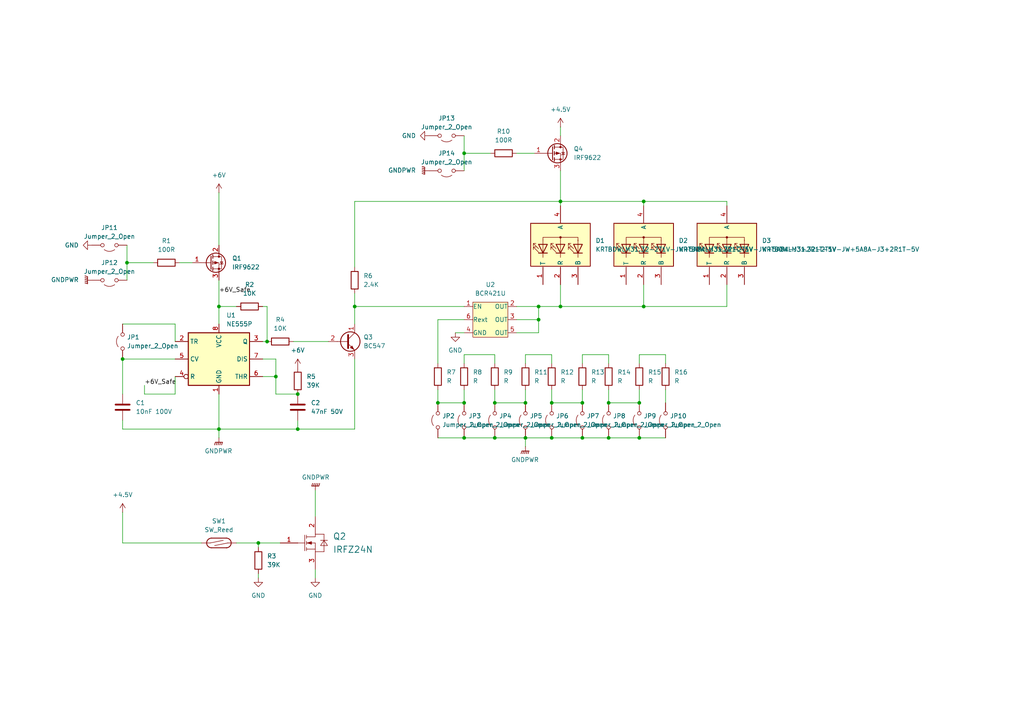
<source format=kicad_sch>
(kicad_sch (version 20250114) (generator "eeschema") (generator_version "9.0")
  (paper "A4")
  (lib_symbols
    (symbol "Device:C" (pin_numbers (hide yes)) (pin_names (offset 0.254))
      (property "Reference" "C" (at 0.635 2.54 0))
      (property "Value" "C" (at 0.635 -2.54 0))
      (symbol "C_0_1"
        (polyline (pts (xy -2.032 0.762) (xy 2.032 0.762)) (stroke (width 0.508)))
        (polyline (pts (xy -2.032 -0.762) (xy 2.032 -0.762)) (stroke (width 0.508)))
      )
      (symbol "C_1_1"
        (pin passive line (at 0 3.81 270) (length 2.794) (name "~") (number "1"))
        (pin passive line (at 0 -3.81 90) (length 2.794) (name "~") (number "2"))
      )
    )
    (symbol "Device:R" (pin_numbers (hide yes)) (pin_names (offset 0))
      (property "Reference" "R" (at 2.032 0 90))
      (property "Value" "R" (at 0 0 90))
      (symbol "R_0_1"
        (rectangle (start -1.016 -2.54) (end 1.016 2.54) (stroke (width 0.254)))
      )
      (symbol "R_1_1"
        (pin passive line (at 0 3.81 270) (length 1.27) (name "~") (number "1"))
        (pin passive line (at 0 -3.81 90) (length 1.27) (name "~") (number "2"))
      )
    )
    (symbol "Driver_LED_Local:BCR421U" (pin_names (offset 0.002))
      (property "Reference" "U" (at -4.572 5.842 0))
      (property "Value" "BCR421U" (at -0.762 3.81 0))
      (symbol "BCR421U_1_1"
        (rectangle (start -5.08 2.54) (end 5.08 -7.62) (fill (type background)))
        (pin input line (at -7.62 1.27 0) (length 2.54) (name "EN") (number "1"))
        (pin open_collector line (at -7.62 -2.54 0) (length 2.54) (name "Rext") (number "6"))
        (pin power_in line (at -7.62 -6.35 0) (length 2.54) (name "GND") (number "4"))
        (pin output line (at 7.62 1.27 180) (length 2.54) (name "OUT") (number "2"))
        (pin output line (at 7.62 -2.54 180) (length 2.54) (name "OUT") (number "3"))
        (pin output line (at 7.62 -6.35 180) (length 2.54) (name "OUT") (number "5"))
      )
    )
    (symbol "Jumper:Jumper_2_Open" (pin_numbers (hide yes)) (pin_names (offset 0) (hide yes)) (exclude_from_sim yes)
      (property "Reference" "JP" (at 0 2.794 0))
      (property "Value" "Jumper_2_Open" (at 0 -2.286 0))
      (symbol "Jumper_2_Open_0_0"
        (circle (center -2.032 0) (radius 0.508))
        (circle (center 2.032 0) (radius 0.508))
      )
      (symbol "Jumper_2_Open_0_1"
        (arc (start -1.524 1.27) (mid 0 1.778) (end 1.524 1.27))
      )
      (symbol "Jumper_2_Open_1_1"
        (pin passive line (at -5.08 0 0) (length 2.54) (name "A") (number "1"))
        (pin passive line (at 5.08 0 180) (length 2.54) (name "B") (number "2"))
      )
    )
    (symbol "LED_Osram:KRTBDWLM31.32-2T1V-JW+5A8A-J3+2R1T-5V"
      (property "Reference" "D" (at 5.08 7.62 0))
      (property "Value" "KRTBDWLM31.32-2T1V-JW+5A8A-J3+2R1T-5V" (at 5.08 5.842 0))
      (symbol "KRTBDWLM31.32-2T1V-JW+5A8A-J3+2R1T-5V_0_1"
        (polyline (pts (xy 7.874 0) (xy 11.684 0)))
        (polyline (pts (xy 7.874 -10.16) (xy 11.684 -10.16)))
        (polyline (pts (xy 9.144 1.27) (xy 9.144 -1.27)) (stroke (width 0.254)))
        (polyline (pts (xy 9.144 1.27) (xy 9.144 -1.27) (xy 9.144 -1.27)))
        (polyline (pts (xy 9.144 -3.81) (xy 9.144 -6.35)) (stroke (width 0.254)))
        (polyline (pts (xy 9.144 -8.89) (xy 9.144 -11.43)) (stroke (width 0.254)))
        (polyline (pts (xy 9.398 1.27) (xy 10.922 2.794) (xy 10.16 2.794) (xy 10.922 2.794) (xy 10.922 2.032)))
        (polyline (pts (xy 9.398 -3.81) (xy 9.906 -3.302) (xy 10.922 -2.286) (xy 10.16 -2.286) (xy 10.922 -2.286) (xy 10.922 -3.048)))
        (polyline (pts (xy 9.398 -8.89) (xy 10.922 -7.366) (xy 10.16 -7.366) (xy 10.922 -7.366) (xy 10.922 -8.128)))
        (polyline (pts (xy 10.414 1.27) (xy 11.938 2.794) (xy 11.176 2.794) (xy 11.938 2.794) (xy 11.938 2.032)))
        (polyline (pts (xy 10.414 -3.81) (xy 11.43 -2.794) (xy 11.938 -2.286) (xy 11.176 -2.286) (xy 11.938 -2.286) (xy 11.938 -3.048)))
        (polyline (pts (xy 10.414 -8.89) (xy 11.938 -7.366) (xy 11.176 -7.366) (xy 11.938 -7.366) (xy 11.938 -8.128)))
        (polyline (pts (xy 11.684 1.27) (xy 11.684 -1.27) (xy 9.144 0) (xy 11.684 1.27)) (stroke (width 0.254)))
        (rectangle (start 11.684 1.27) (end 11.684 1.27))
        (polyline (pts (xy 11.684 0) (xy 12.954 0)))
        (rectangle (start 11.684 -1.27) (end 11.684 1.27))
        (polyline (pts (xy 11.684 -3.81) (xy 11.684 -6.35) (xy 9.144 -5.08) (xy 11.684 -3.81)) (stroke (width 0.254)))
        (polyline (pts (xy 11.684 -8.89) (xy 11.684 -11.43) (xy 9.144 -10.16) (xy 11.684 -8.89)) (stroke (width 0.254)))
        (polyline (pts (xy 11.684 -10.16) (xy 12.954 -10.16)))
        (polyline (pts (xy 12.954 0) (xy 13.716 0) (xy 13.716 -10.16) (xy 12.7 -10.16)))
        (polyline (pts (xy 13.716 -5.08) (xy 7.874 -5.08)))
        (circle (center 13.716 -5.08) (radius 0.254) (fill (type outline)))
      )
      (symbol "KRTBDWLM31.32-2T1V-JW+5A8A-J3+2R1T-5V_1_1"
        (rectangle (start 5.334 3.556) (end 17.78 -13.716) (stroke (width 0.254)) (fill (type background)))
        (pin passive line (at 0 0 0) (length 5.08) (name "T") (number "1"))
        (pin passive line (at 0 -5.08 0) (length 5.08) (name "R") (number "2"))
        (pin passive line (at 0 -10.16 0) (length 5.08) (name "B") (number "3"))
        (pin passive line (at 22.86 -5.08 180) (length 5.08) (name "A") (number "4"))
      )
    )
    (symbol "Switch:SW_Reed" (pin_numbers (hide yes)) (pin_names (offset 0) (hide yes))
      (property "Reference" "SW" (at 0 2.54 0))
      (property "Value" "SW_Reed" (at 0 -2.54 0))
      (symbol "SW_Reed_0_0"
        (polyline (pts (xy -2.54 0) (xy 1.27 0.762)))
        (polyline (pts (xy -2.159 -1.397) (xy 2.286 -1.397)) (stroke (width 0.254)))
        (arc (start -2.159 -1.397) (mid -3.55 0) (end -2.159 1.397) (stroke (width 0.254)))
        (arc (start 2.159 1.397) (mid 3.55 0) (end 2.159 -1.397) (stroke (width 0.254)))
        (polyline (pts (xy 2.159 1.397) (xy -2.159 1.397)) (stroke (width 0.254)))
        (polyline (pts (xy 2.54 0) (xy -1.27 -0.762)))
      )
      (symbol "SW_Reed_1_1"
        (pin passive line (at -5.08 0 0) (length 2.54) (name "1") (number "1"))
        (pin passive line (at 5.08 0 180) (length 2.54) (name "2") (number "2"))
      )
    )
    (symbol "Timer:NE555P"
      (property "Reference" "U" (at -10.16 8.89 0))
      (property "Value" "NE555P" (at 2.54 8.89 0))
      (symbol "NE555P_0_0"
        (pin power_in line (at 0 10.16 270) (length 2.54) (name "VCC") (number "8"))
        (pin power_in line (at 0 -10.16 90) (length 2.54) (name "GND") (number "1"))
      )
      (symbol "NE555P_0_1"
        (rectangle (start -8.89 -7.62) (end 8.89 7.62) (stroke (width 0.254)) (fill (type background)))
        (rectangle (start -8.89 -7.62) (end 8.89 7.62) (stroke (width 0.254)) (fill (type background)))
      )
      (symbol "NE555P_1_1"
        (pin input line (at -12.7 5.08 0) (length 3.81) (name "TR") (number "2"))
        (pin input line (at -12.7 0 0) (length 3.81) (name "CV") (number "5"))
        (pin input inverted (at -12.7 -5.08 0) (length 3.81) (name "R") (number "4"))
        (pin output line (at 12.7 5.08 180) (length 3.81) (name "Q") (number "3"))
        (pin input line (at 12.7 0 180) (length 3.81) (name "DIS") (number "7"))
        (pin input line (at 12.7 -5.08 180) (length 3.81) (name "THR") (number "6"))
      )
    )
    (symbol "Transistor_BJT:BC547" (pin_names (offset 0) (hide yes))
      (property "Reference" "Q" (at 5.08 1.905 0))
      (property "Value" "BC547" (at 5.08 0 0))
      (symbol "BC547_0_1"
        (polyline (pts (xy -2.54 0) (xy 0.635 0)))
        (polyline (pts (xy 0.635 1.905) (xy 0.635 -1.905)) (stroke (width 0.508)))
        (circle (center 1.27 0) (radius 2.8194) (stroke (width 0.254)))
      )
      (symbol "BC547_1_1"
        (polyline (pts (xy 0.635 0.635) (xy 2.54 2.54)))
        (polyline (pts (xy 0.635 -0.635) (xy 2.54 -2.54)))
        (polyline (pts (xy 1.27 -1.778) (xy 1.778 -1.27) (xy 2.286 -2.286) (xy 1.27 -1.778)) (fill (type outline)))
        (pin input line (at -5.08 0 0) (length 2.54) (name "B") (number "2"))
        (pin passive line (at 2.54 5.08 270) (length 2.54) (name "C") (number "1"))
        (pin passive line (at 2.54 -5.08 90) (length 2.54) (name "E") (number "3"))
      )
    )
    (symbol "Transistor_FET:IRF4905" (pin_names (hide yes))
      (property "Reference" "Q" (at 5.08 1.905 0))
      (property "Value" "IRF4905" (at 5.08 0 0))
      (symbol "IRF4905_0_1"
        (polyline (pts (xy 0.254 1.905) (xy 0.254 -1.905)) (stroke (width 0.254)))
        (polyline (pts (xy 0.254 0) (xy -2.54 0)))
        (polyline (pts (xy 0.762 2.286) (xy 0.762 1.27)) (stroke (width 0.254)))
        (polyline (pts (xy 0.762 1.778) (xy 3.302 1.778) (xy 3.302 -1.778) (xy 0.762 -1.778)))
        (polyline (pts (xy 0.762 0.508) (xy 0.762 -0.508)) (stroke (width 0.254)))
        (polyline (pts (xy 0.762 -1.27) (xy 0.762 -2.286)) (stroke (width 0.254)))
        (circle (center 1.651 0) (radius 2.794) (stroke (width 0.254)))
        (polyline (pts (xy 2.286 0) (xy 1.27 0.381) (xy 1.27 -0.381) (xy 2.286 0)) (fill (type outline)))
        (polyline (pts (xy 2.54 2.54) (xy 2.54 1.778)))
        (circle (center 2.54 1.778) (radius 0.254) (fill (type outline)))
        (circle (center 2.54 -1.778) (radius 0.254) (fill (type outline)))
        (polyline (pts (xy 2.54 -2.54) (xy 2.54 0) (xy 0.762 0)))
        (polyline (pts (xy 2.794 -0.508) (xy 2.921 -0.381) (xy 3.683 -0.381) (xy 3.81 -0.254)))
        (polyline (pts (xy 3.302 -0.381) (xy 2.921 0.254) (xy 3.683 0.254) (xy 3.302 -0.381)))
      )
      (symbol "IRF4905_1_1"
        (pin input line (at -5.08 0 0) (length 2.54) (name "G") (number "1"))
        (pin passive line (at 2.54 5.08 270) (length 2.54) (name "D") (number "2"))
        (pin passive line (at 2.54 -5.08 90) (length 2.54) (name "S") (number "3"))
      )
    )
    (symbol "Transistor_FET_Local:IRFZ24N" (pin_names (hide yes))
      (property "Reference" "Q" (at 10.16 -2.54 0))
      (property "Value" "IRFZ24N" (at 9.398 -6.096 0))
      (symbol "IRFZ24N_1_0"
        (polyline (pts (xy 0 -2.54) (xy 2.032 -2.54)))
        (polyline (pts (xy 2.032 -0.254) (xy 2.032 -4.826)))
        (polyline (pts (xy 2.54 -0.254) (xy 2.54 -1.27)))
        (polyline (pts (xy 2.54 -2.54) (xy 4.064 -3.048) (xy 4.064 -2.032) (xy 2.54 -2.54)) (stroke (width -0.0001)) (fill (type outline)))
        (polyline (pts (xy 2.54 -3.048) (xy 2.54 -2.032)))
        (polyline (pts (xy 2.54 -4.826) (xy 2.54 -3.81)))
        (polyline (pts (xy 5.08 0) (xy 7.62 0)))
        (polyline (pts (xy 5.08 -0.762) (xy 2.54 -0.762)))
        (polyline (pts (xy 5.08 -0.762) (xy 5.08 0)))
        (polyline (pts (xy 5.08 -2.54) (xy 2.54 -2.54)))
        (polyline (pts (xy 5.08 -2.54) (xy 5.08 -5.08)))
        (polyline (pts (xy 5.08 -4.318) (xy 2.54 -4.318)))
        (polyline (pts (xy 5.08 -5.08) (xy 7.62 -5.08)))
        (polyline (pts (xy 6.604 -1.778) (xy 8.636 -1.778)))
        (polyline (pts (xy 7.62 0) (xy 7.62 -5.08)))
        (polyline (pts (xy 7.62 -1.778) (xy 6.604 -3.302) (xy 8.636 -3.302) (xy 7.62 -1.778) (xy 7.62 -1.778)))
        (pin passive line (at -5.08 -2.54 0) (length 5.08) (name "GATE") (number "1"))
        (pin passive line (at 5.08 5.08 270) (length 5.08) (name "DRAIN") (number "2"))
        (pin passive line (at 5.08 -10.16 90) (length 5.08) (name "SOURCE") (number "3"))
      )
    )
    (symbol "power:+4V" (power) (pin_numbers (hide yes)) (pin_names (offset 0) (hide yes))
      (property "Value" "+4V" (at 0 3.556 0))
      (symbol "+4V_0_1"
        (polyline (pts (xy -0.762 1.27) (xy 0 2.54)))
        (polyline (pts (xy 0 2.54) (xy 0.762 1.27)))
        (polyline (pts (xy 0 0) (xy 0 2.54)))
      )
      (symbol "+4V_1_1"
        (pin power_in line (at 0 0 90) (length 0) (name "~") (number "1"))
      )
    )
    (symbol "power:+6V" (power) (pin_numbers (hide yes)) (pin_names (offset 0) (hide yes))
      (property "Value" "+6V" (at 0 3.556 0))
      (symbol "+6V_0_1"
        (polyline (pts (xy -0.762 1.27) (xy 0 2.54)))
        (polyline (pts (xy 0 2.54) (xy 0.762 1.27)))
        (polyline (pts (xy 0 0) (xy 0 2.54)))
      )
      (symbol "+6V_1_1"
        (pin power_in line (at 0 0 90) (length 0) (name "~") (number "1"))
      )
    )
    (symbol "power:GND" (power) (pin_numbers (hide yes)) (pin_names (offset 0) (hide yes))
      (property "Value" "GND" (at 0 -3.81 0))
      (symbol "GND_0_1"
        (polyline (pts (xy 0 0) (xy 0 -1.27) (xy 1.27 -1.27) (xy 0 -2.54) (xy -1.27 -1.27) (xy 0 -1.27)))
      )
      (symbol "GND_1_1"
        (pin power_in line (at 0 0 270) (length 0) (name "~") (number "1"))
      )
    )
    (symbol "power:GNDPWR" (power) (pin_numbers (hide yes)) (pin_names (offset 0) (hide yes))
      (property "Value" "GNDPWR" (at 0 -3.302 0))
      (symbol "GNDPWR_0_1"
        (polyline (pts (xy -1.016 -1.27) (xy -1.27 -2.032) (xy -1.27 -2.032)) (stroke (width 0.2032)))
        (polyline (pts (xy -0.508 -1.27) (xy -0.762 -2.032) (xy -0.762 -2.032)) (stroke (width 0.2032)))
        (polyline (pts (xy 0 -1.27) (xy 0 0)))
        (polyline (pts (xy 0 -1.27) (xy -0.254 -2.032) (xy -0.254 -2.032)) (stroke (width 0.2032)))
        (polyline (pts (xy 0.508 -1.27) (xy 0.254 -2.032) (xy 0.254 -2.032)) (stroke (width 0.2032)))
        (polyline (pts (xy 1.016 -1.27) (xy -1.016 -1.27) (xy -1.016 -1.27)) (stroke (width 0.2032)))
        (polyline (pts (xy 1.016 -1.27) (xy 0.762 -2.032) (xy 0.762 -2.032) (xy 0.762 -2.032)) (stroke (width 0.2032)))
      )
      (symbol "GNDPWR_1_1"
        (pin power_in line (at 0 0 270) (length 0) (name "~") (number "1"))
      )
    )
  )
  (junction (at 63.5 88.9))
  (junction (at 74.93 157.48))
  (junction (at 143.51 127))
  (junction (at 156.21 88.9))
  (junction (at 156.21 92.71))
  (junction (at 162.56 88.9))
  (junction (at 134.62 116.84))
  (junction (at 35.56 104.14))
  (junction (at 168.91 127))
  (junction (at 152.4 116.84))
  (junction (at 176.53 116.84))
  (junction (at 80.01 109.22))
  (junction (at 102.87 88.9))
  (junction (at 134.62 127))
  (junction (at 77.47 99.06))
  (junction (at 86.36 114.3))
  (junction (at 186.69 58.42))
  (junction (at 127 116.84))
  (junction (at 185.42 127))
  (junction (at 186.69 88.9))
  (junction (at 63.5 124.46))
  (junction (at 162.56 58.42))
  (junction (at 152.4 127))
  (junction (at 134.62 44.45))
  (junction (at 185.42 116.84))
  (junction (at 36.83 76.2))
  (junction (at 143.51 116.84))
  (junction (at 86.36 124.46))
  (junction (at 160.02 116.84))
  (junction (at 168.91 116.84))
  (junction (at 176.53 127))
  (junction (at 160.02 127))
  (wire (pts (xy 36.83 71.12) (xy 36.83 76.2)))
  (wire (pts (xy 76.2 88.9) (xy 77.47 88.9)))
  (wire (pts (xy 210.82 58.42) (xy 210.82 59.69)))
  (wire (pts (xy 156.21 88.9) (xy 162.56 88.9)))
  (wire (pts (xy 152.4 105.41) (xy 152.4 102.87)))
  (wire (pts (xy 168.91 116.84) (xy 168.91 113.03)))
  (wire (pts (xy 102.87 88.9) (xy 134.62 88.9)))
  (wire (pts (xy 186.69 88.9) (xy 186.69 82.55)))
  (wire (pts (xy 160.02 127) (xy 152.4 127)))
  (wire (pts (xy 63.5 55.88) (xy 63.5 71.12)))
  (wire (pts (xy 143.51 113.03) (xy 143.51 116.84)))
  (wire (pts (xy 127 127) (xy 134.62 127)))
  (wire (pts (xy 102.87 58.42) (xy 162.56 58.42)))
  (wire (pts (xy 68.58 88.9) (xy 63.5 88.9)))
  (wire (pts (xy 186.69 58.42) (xy 210.82 58.42)))
  (wire (pts (xy 77.47 88.9) (xy 77.47 99.06)))
  (wire (pts (xy 63.5 124.46) (xy 35.56 124.46)))
  (wire (pts (xy 186.69 59.69) (xy 186.69 58.42)))
  (wire (pts (xy 176.53 127) (xy 168.91 127)))
  (wire (pts (xy 162.56 58.42) (xy 186.69 58.42)))
  (wire (pts (xy 58.42 157.48) (xy 35.56 157.48)))
  (wire (pts (xy 134.62 44.45) (xy 134.62 49.53)))
  (wire (pts (xy 91.44 167.64) (xy 91.44 165.1)))
  (wire (pts (xy 76.2 109.22) (xy 80.01 109.22)))
  (wire (pts (xy 76.2 104.14) (xy 80.01 104.14)))
  (wire (pts (xy 160.02 116.84) (xy 168.91 116.84)))
  (wire (pts (xy 185.42 102.87) (xy 193.04 102.87)))
  (wire (pts (xy 41.91 114.3) (xy 50.8 114.3)))
  (wire (pts (xy 156.21 92.71) (xy 156.21 88.9)))
  (wire (pts (xy 160.02 102.87) (xy 160.02 105.41)))
  (wire (pts (xy 176.53 116.84) (xy 185.42 116.84)))
  (wire (pts (xy 68.58 157.48) (xy 74.93 157.48)))
  (wire (pts (xy 134.62 116.84) (xy 134.62 113.03)))
  (wire (pts (xy 74.93 157.48) (xy 81.28 157.48)))
  (wire (pts (xy 35.56 148.59) (xy 35.56 157.48)))
  (wire (pts (xy 102.87 77.47) (xy 102.87 58.42)))
  (wire (pts (xy 127 113.03) (xy 127 116.84)))
  (wire (pts (xy 35.56 121.92) (xy 35.56 124.46)))
  (wire (pts (xy 162.56 59.69) (xy 162.56 58.42)))
  (wire (pts (xy 102.87 124.46) (xy 102.87 104.14)))
  (wire (pts (xy 80.01 104.14) (xy 80.01 109.22)))
  (wire (pts (xy 50.8 114.3) (xy 50.8 109.22)))
  (wire (pts (xy 168.91 127) (xy 160.02 127)))
  (wire (pts (xy 86.36 124.46) (xy 102.87 124.46)))
  (wire (pts (xy 156.21 96.52) (xy 156.21 92.71)))
  (wire (pts (xy 80.01 114.3) (xy 86.36 114.3)))
  (wire (pts (xy 162.56 49.53) (xy 162.56 58.42)))
  (wire (pts (xy 210.82 88.9) (xy 186.69 88.9)))
  (wire (pts (xy 160.02 116.84) (xy 160.02 113.03)))
  (wire (pts (xy 134.62 102.87) (xy 143.51 102.87)))
  (wire (pts (xy 152.4 127) (xy 143.51 127)))
  (wire (pts (xy 149.86 44.45) (xy 154.94 44.45)))
  (wire (pts (xy 149.86 96.52) (xy 156.21 96.52)))
  (wire (pts (xy 63.5 114.3) (xy 63.5 124.46)))
  (wire (pts (xy 185.42 105.41) (xy 185.42 102.87)))
  (wire (pts (xy 152.4 129.54) (xy 152.4 127)))
  (wire (pts (xy 77.47 99.06) (xy 76.2 99.06)))
  (wire (pts (xy 63.5 93.98) (xy 63.5 88.9)))
  (wire (pts (xy 86.36 121.92) (xy 86.36 124.46)))
  (wire (pts (xy 193.04 127) (xy 185.42 127)))
  (wire (pts (xy 168.91 102.87) (xy 176.53 102.87)))
  (wire (pts (xy 176.53 116.84) (xy 176.53 113.03)))
  (wire (pts (xy 162.56 88.9) (xy 162.56 82.55)))
  (wire (pts (xy 91.44 142.24) (xy 91.44 149.86)))
  (wire (pts (xy 102.87 88.9) (xy 102.87 93.98)))
  (wire (pts (xy 193.04 116.84) (xy 193.04 113.03)))
  (wire (pts (xy 134.62 105.41) (xy 134.62 102.87)))
  (wire (pts (xy 50.8 93.98) (xy 35.56 93.98)))
  (wire (pts (xy 134.62 92.71) (xy 127 92.71)))
  (wire (pts (xy 210.82 82.55) (xy 210.82 88.9)))
  (wire (pts (xy 149.86 92.71) (xy 156.21 92.71)))
  (wire (pts (xy 185.42 116.84) (xy 185.42 113.03)))
  (wire (pts (xy 63.5 124.46) (xy 86.36 124.46)))
  (wire (pts (xy 168.91 105.41) (xy 168.91 102.87)))
  (wire (pts (xy 36.83 76.2) (xy 36.83 81.28)))
  (wire (pts (xy 127 92.71) (xy 127 105.41)))
  (wire (pts (xy 143.51 127) (xy 134.62 127)))
  (wire (pts (xy 63.5 81.28) (xy 63.5 88.9)))
  (wire (pts (xy 193.04 102.87) (xy 193.04 105.41)))
  (wire (pts (xy 41.91 111.76) (xy 41.91 114.3)))
  (wire (pts (xy 152.4 116.84) (xy 152.4 113.03)))
  (wire (pts (xy 63.5 127) (xy 63.5 124.46)))
  (wire (pts (xy 74.93 158.75) (xy 74.93 157.48)))
  (wire (pts (xy 50.8 99.06) (xy 50.8 93.98)))
  (wire (pts (xy 162.56 39.37) (xy 162.56 36.83)))
  (wire (pts (xy 52.07 76.2) (xy 55.88 76.2)))
  (wire (pts (xy 80.01 109.22) (xy 80.01 114.3)))
  (wire (pts (xy 134.62 96.52) (xy 132.08 96.52)))
  (wire (pts (xy 134.62 39.37) (xy 134.62 44.45)))
  (wire (pts (xy 185.42 127) (xy 176.53 127)))
  (wire (pts (xy 162.56 88.9) (xy 186.69 88.9)))
  (wire (pts (xy 35.56 104.14) (xy 35.56 114.3)))
  (wire (pts (xy 143.51 116.84) (xy 152.4 116.84)))
  (wire (pts (xy 134.62 44.45) (xy 142.24 44.45)))
  (wire (pts (xy 149.86 88.9) (xy 156.21 88.9)))
  (wire (pts (xy 95.25 99.06) (xy 85.09 99.06)))
  (wire (pts (xy 74.93 167.64) (xy 74.93 166.37)))
  (wire (pts (xy 36.83 76.2) (xy 44.45 76.2)))
  (wire (pts (xy 102.87 85.09) (xy 102.87 88.9)))
  (wire (pts (xy 50.8 104.14) (xy 35.56 104.14)))
  (wire (pts (xy 143.51 102.87) (xy 143.51 105.41)))
  (wire (pts (xy 176.53 102.87) (xy 176.53 105.41)))
  (wire (pts (xy 127 116.84) (xy 134.62 116.84)))
  (wire (pts (xy 152.4 102.87) (xy 160.02 102.87)))
  (label "+6V_Safe" (at 41.91 111.76 0) (property "6VS" "+6V" (effects (hide yes))))
  (label "+6V_Safe" (at 63.5 85.09 0) (property "6VS" "+6V" (effects (hide yes))))
  (symbol (lib_id "Device:R") (at 134.62 109.22 180) (unit 1)
    (property "Reference" "R8" (at 137.16 107.9499 0) (effects (justify right)))
    (property "Value" "R" (at 137.16 110.4899 0) (effects (justify right)))
    (property "Footprint" "Resistor_THT:R_Axial_DIN0207_L6.3mm_D2.5mm_P10.16mm_Horizontal" (effects (hide yes)))
    (property "Description" "Resistor" (effects (hide yes)))
  )
  (symbol (lib_id "Jumper:Jumper_2_Open") (at 129.54 39.37 180) (unit 1) (exclude_from_sim yes)
    (property "Reference" "JP13" (at 129.54 34.29 0))
    (property "Value" "Jumper_2_Open" (at 129.54 36.83 0))
    (property "Description" "Jumper, 2-pole, open" (effects (hide yes)))
  )
  (symbol (lib_id "power:GNDPWR") (at 91.44 142.24 180) (unit 1)
    (property "Reference" "#PWR08" (effects (hide yes)))
    (property "Value" "GNDPWR" (at 91.567 138.43 0))
    (property "Description" "Power symbol creates a global label with name \"GNDPWR\" , global ground" (effects (hide yes)))
  )
  (symbol (lib_id "Device:R") (at 72.39 88.9 90) (unit 1)
    (property "Reference" "R2" (at 72.39 82.55 90))
    (property "Value" "10K" (at 72.39 85.09 90))
    (property "Footprint" "Resistor_THT:R_Axial_DIN0207_L6.3mm_D2.5mm_P10.16mm_Horizontal" (effects (hide yes)))
    (property "Description" "Resistor" (effects (hide yes)))
  )
  (symbol (lib_id "power:+6V") (at 63.5 55.88 0) (unit 1)
    (property "Reference" "#PWR04" (effects (hide yes)))
    (property "Value" "+6V" (at 63.5 50.8 0))
    (property "Description" "Power symbol creates a global label with name \"+6V\"" (effects (hide yes)))
  )
  (symbol (lib_id "Device:R") (at 176.53 109.22 180) (unit 1)
    (property "Reference" "R14" (at 179.07 107.9499 0) (effects (justify right)))
    (property "Value" "R" (at 179.07 110.4899 0) (effects (justify right)))
    (property "Footprint" "Resistor_THT:R_Axial_DIN0207_L6.3mm_D2.5mm_P10.16mm_Horizontal" (effects (hide yes)))
    (property "Description" "Resistor" (effects (hide yes)))
  )
  (symbol (lib_id "Jumper:Jumper_2_Open") (at 127 121.92 90) (unit 1) (exclude_from_sim yes)
    (property "Reference" "JP2" (at 128.27 120.6499 90) (effects (justify right)))
    (property "Value" "Jumper_2_Open" (at 128.27 123.1899 90) (effects (justify right)))
    (property "Description" "Jumper, 2-pole, open" (effects (hide yes)))
  )
  (symbol (lib_id "power:GNDPWR") (at 124.46 49.53 270) (unit 1)
    (property "Reference" "#PWR015" (effects (hide yes)))
    (property "Value" "GNDPWR" (at 120.65 49.4029 90) (effects (justify right)))
    (property "Description" "Power symbol creates a global label with name \"GNDPWR\" , global ground" (effects (hide yes)))
  )
  (symbol (lib_id "Device:R") (at 86.36 110.49 180) (unit 1)
    (property "Reference" "R5" (at 88.9 109.2199 0) (effects (justify right)))
    (property "Value" "39K" (at 88.9 111.7599 0) (effects (justify right)))
    (property "Footprint" "Resistor_THT:R_Axial_DIN0207_L6.3mm_D2.5mm_P10.16mm_Horizontal" (effects (hide yes)))
    (property "Description" "Resistor" (effects (hide yes)))
  )
  (symbol (lib_id "power:GNDPWR") (at 26.67 81.28 270) (unit 1)
    (property "Reference" "#PWR014" (effects (hide yes)))
    (property "Value" "GNDPWR" (at 22.86 81.1529 90) (effects (justify right)))
    (property "Description" "Power symbol creates a global label with name \"GNDPWR\" , global ground" (effects (hide yes)))
  )
  (symbol (lib_id "Device:R") (at 48.26 76.2 90) (unit 1)
    (property "Reference" "R1" (at 48.26 69.85 90))
    (property "Value" "100R" (at 48.26 72.39 90))
    (property "Footprint" "Resistor_THT:R_Axial_DIN0207_L6.3mm_D2.5mm_P10.16mm_Horizontal" (effects (hide yes)))
    (property "Description" "Resistor" (effects (hide yes)))
  )
  (symbol (lib_id "Transistor_BJT:BC547") (at 100.33 99.06 0) (unit 1)
    (property "Reference" "Q3" (at 105.41 97.7899 0) (effects (justify left)))
    (property "Value" "BC547" (at 105.41 100.3299 0) (effects (justify left)))
    (property "Footprint" "Package_TO_SOT_THT:TO-92_Inline" (effects (hide yes)))
    (property "Datasheet" "https://www.onsemi.com/pub/Collateral/BC550-D.pdf" (effects (hide yes)))
    (property "Description" "0.1A Ic, 45V Vce, Small Signal NPN Transistor, TO-92" (effects (hide yes)))
  )
  (symbol (lib_id "Device:C") (at 86.36 118.11 0) (unit 1)
    (property "Reference" "C2" (at 90.17 116.8399 0) (effects (justify left)))
    (property "Value" "47nF 50V" (at 90.17 119.3799 0) (effects (justify left)))
    (property "Footprint" "Capacitor_THT:C_Disc_D4.3mm_W1.9mm_P5.00mm" (effects (hide yes)))
    (property "Description" "TANCAP TECHNOLOGY Keramik-Vielschicht-Kondensator, 47 nF, 50 V, RM 5, 10 %" (effects (hide yes)))
  )
  (symbol (lib_id "Transistor_FET:IRF4905") (at 160.02 44.45 0) (unit 1)
    (property "Reference" "Q4" (at 166.37 43.1799 0) (effects (justify left)))
    (property "Value" "IRF9622" (at 166.37 45.7199 0) (effects (justify left)))
    (property "Footprint" "Package_TO_SOT_THT:TO-220-3_Vertical" (effects (hide yes)))
    (property "Datasheet" "http://www.infineon.com/dgdl/irf4905.pdf?fileId=5546d462533600a4015355e32165197c" (effects (hide yes)))
    (property "Description" "-74A Id, -55V Vds, Single P-Channel HEXFET Power MOSFET, 20mOhm Ron, TO-220AB" (effects (hide yes)))
  )
  (symbol (lib_id "power:+4V") (at 162.56 36.83 0) (unit 1)
    (property "Reference" "#PWR013" (effects (hide yes)))
    (property "Value" "+4.5V" (at 162.56 31.75 0))
    (property "Description" "Power symbol creates a global label with name \"+4V\"" (effects (hide yes)))
  )
  (symbol (lib_id "Jumper:Jumper_2_Open") (at 185.42 121.92 90) (unit 1) (exclude_from_sim yes)
    (property "Reference" "JP9" (at 186.69 120.6499 90) (effects (justify right)))
    (property "Value" "Jumper_2_Open" (at 186.69 123.1899 90) (effects (justify right)))
    (property "Description" "Jumper, 2-pole, open" (effects (hide yes)))
  )
  (symbol (lib_id "Jumper:Jumper_2_Open") (at 168.91 121.92 90) (unit 1) (exclude_from_sim yes)
    (property "Reference" "JP7" (at 170.18 120.6499 90) (effects (justify right)))
    (property "Value" "Jumper_2_Open" (at 170.18 123.1899 90) (effects (justify right)))
    (property "Description" "Jumper, 2-pole, open" (effects (hide yes)))
  )
  (symbol (lib_id "power:GNDPWR") (at 63.5 127 0) (unit 1)
    (property "Reference" "#PWR05" (effects (hide yes)))
    (property "Value" "GNDPWR" (at 63.373 130.81 0))
    (property "Description" "Power symbol creates a global label with name \"GNDPWR\" , global ground" (effects (hide yes)))
  )
  (symbol (lib_id "Jumper:Jumper_2_Open") (at 193.04 121.92 90) (unit 1) (exclude_from_sim yes)
    (property "Reference" "JP10" (at 194.31 120.6499 90) (effects (justify right)))
    (property "Value" "Jumper_2_Open" (at 194.31 123.1899 90) (effects (justify right)))
    (property "Description" "Jumper, 2-pole, open" (effects (hide yes)))
  )
  (symbol (lib_id "Driver_LED_Local:BCR421U") (at 142.24 90.17 0) (unit 1)
    (property "Reference" "U2" (at 142.24 82.55 0))
    (property "Value" "BCR421U" (at 142.24 85.09 0))
    (property "Footprint" "Package_TO_SOT_SMD:SC-74-6_1.55x2.9mm_P0.95mm" (effects (hide yes)))
    (property "Description" "LED driver PWM 4.5 V Control" (effects (hide yes)))
  )
  (symbol (lib_id "Jumper:Jumper_2_Open") (at 35.56 99.06 90) (unit 1) (exclude_from_sim yes)
    (property "Reference" "JP1" (at 36.83 97.7899 90) (effects (justify right)))
    (property "Value" "Jumper_2_Open" (at 36.83 100.3299 90) (effects (justify right)))
    (property "Description" "Jumper, 2-pole, open" (effects (hide yes)))
  )
  (symbol (lib_id "Device:R") (at 102.87 81.28 180) (unit 1)
    (property "Reference" "R6" (at 105.41 80.0099 0) (effects (justify right)))
    (property "Value" "2.4K" (at 105.41 82.5499 0) (effects (justify right)))
    (property "Footprint" "Resistor_THT:R_Axial_DIN0207_L6.3mm_D2.5mm_P10.16mm_Horizontal" (effects (hide yes)))
    (property "Description" "Resistor" (effects (hide yes)))
  )
  (symbol (lib_id "power:+6V") (at 86.36 106.68 0) (unit 1)
    (property "Reference" "#PWR07" (effects (hide yes)))
    (property "Value" "+6V" (at 86.36 101.6 0))
    (property "Description" "Power symbol creates a global label with name \"+6V\"" (effects (hide yes)))
  )
  (symbol (lib_id "Transistor_FET:IRF4905") (at 60.96 76.2 0) (unit 1)
    (property "Reference" "Q1" (at 67.31 74.9299 0) (effects (justify left)))
    (property "Value" "IRF9622" (at 67.31 77.4699 0) (effects (justify left)))
    (property "Footprint" "Package_TO_SOT_THT:TO-220-3_Vertical" (effects (hide yes)))
    (property "Datasheet" "http://www.infineon.com/dgdl/irf4905.pdf?fileId=5546d462533600a4015355e32165197c" (effects (hide yes)))
    (property "Description" "-74A Id, -55V Vds, Single P-Channel HEXFET Power MOSFET, 20mOhm Ron, TO-220AB" (effects (hide yes)))
  )
  (symbol (lib_id "power:+4V") (at 35.56 148.59 0) (unit 1)
    (property "Reference" "#PWR01" (effects (hide yes)))
    (property "Value" "+4.5V" (at 35.56 143.51 0))
    (property "Description" "Power symbol creates a global label with name \"+4V\"" (effects (hide yes)))
  )
  (symbol (lib_id "Jumper:Jumper_2_Open") (at 160.02 121.92 90) (unit 1) (exclude_from_sim yes)
    (property "Reference" "JP6" (at 161.29 120.6499 90) (effects (justify right)))
    (property "Value" "Jumper_2_Open" (at 161.29 123.1899 90) (effects (justify right)))
    (property "Description" "Jumper, 2-pole, open" (effects (hide yes)))
  )
  (symbol (lib_id "Device:R") (at 81.28 99.06 90) (unit 1)
    (property "Reference" "R4" (at 81.28 92.71 90))
    (property "Value" "10K" (at 81.28 95.25 90))
    (property "Footprint" "Resistor_THT:R_Axial_DIN0207_L6.3mm_D2.5mm_P10.16mm_Horizontal" (effects (hide yes)))
    (property "Description" "Resistor" (effects (hide yes)))
  )
  (symbol (lib_id "Switch:SW_Reed") (at 63.5 157.48 0) (unit 1)
    (property "Reference" "SW1" (at 63.5 151.13 0))
    (property "Value" "SW_Reed" (at 63.5 153.67 0))
    (property "Footprint" "Resistor_THT:R_Axial_DIN0207_L6.3mm_D2.5mm_P10.16mm_Horizontal" (effects (hide yes)))
    (property "Description" "reed switch" (effects (hide yes)))
  )
  (symbol (lib_id "LED_Osram:KRTBDWLM31.32-2T1V-JW+5A8A-J3+2R1T-5V") (at 157.48 82.55 90) (unit 1)
    (property "Reference" "D1" (at 172.72 69.7864 90) (effects (justify right)))
    (property "Value" "KRTBDWLM31.32-2T1V-JW+5A8A-J3+2R1T-5V" (at 172.72 72.3264 90) (effects (justify right)))
    (property "Footprint" "LED_Osram:KRTBDWLM3132T4U6JWAAABJ3R4S65V" (effects (hide yes)))
    (property "Datasheet" "https://look.ams-osram.com/m/171514fa98ef7693/original/KRTBDWLM31-32.pdf" (effects (hide yes)))
    (property "Description" "Multi-Color LEDs OSIRE E3323 RGB LEDs" (effects (hide yes)))
    (property "Height" "0.7" (effects (hide yes)))
    (property "Manufacturer_Name" "ams OSRAM" (effects (hide yes)))
    (property "Manufacturer_Part_Number" "KRTBDWLM31.32-2T1V-JW+5A8A-J3+2R1T-5V" (effects (hide yes)))
    (property "Mouser Part Number" "720-31322T1VJW5A8A" (effects (hide yes)))
    (property "Mouser Price/Stock" "https://www.mouser.co.uk/ProductDetail/ams-OSRAM/KRTBDWLM31.32-2T1V-JW%2b5A8A-J3%2b2R1T-5V?qs=tlsG%2FOw5FFi2aAmFoVzwLw%3D%3D" (effects (hide yes)))
  )
  (symbol (lib_id "Device:R") (at 168.91 109.22 180) (unit 1)
    (property "Reference" "R13" (at 171.45 107.9499 0) (effects (justify right)))
    (property "Value" "R" (at 171.45 110.4899 0) (effects (justify right)))
    (property "Footprint" "Resistor_THT:R_Axial_DIN0207_L6.3mm_D2.5mm_P10.16mm_Horizontal" (effects (hide yes)))
    (property "Description" "Resistor" (effects (hide yes)))
  )
  (symbol (lib_id "Transistor_FET_Local:IRFZ24N") (at 86.36 154.94 0) (unit 1)
    (property "Reference" "Q2" (at 96.52 155.5749 0) (effects (font (size 1.8288 1.8288)) (justify left)))
    (property "Value" "IRFZ24N" (at 96.52 159.3849 0) (effects (font (size 1.8288 1.8288)) (justify left)))
    (property "Footprint" "Package_TO_SOT_THT:TO-220-3_Vertical" (effects (hide yes)))
    (property "Description" "OptiMOS 3 Power-Transistor, VDS 100V" (effects (hide yes)))
    (property "Manufacturer Order Number" "IRFZ24N" (effects (hide yes)))
    (property "PackageReference" "PG-TO220-3-904" (effects (hide yes)))
    (property "Manufacturer" "Infineon Technologies" (effects (hide yes)))
  )
  (symbol (lib_id "Jumper:Jumper_2_Open") (at 152.4 121.92 90) (unit 1) (exclude_from_sim yes)
    (property "Reference" "JP5" (at 153.67 120.6499 90) (effects (justify right)))
    (property "Value" "Jumper_2_Open" (at 153.67 123.1899 90) (effects (justify right)))
    (property "Description" "Jumper, 2-pole, open" (effects (hide yes)))
  )
  (symbol (lib_id "Jumper:Jumper_2_Open") (at 134.62 121.92 90) (unit 1) (exclude_from_sim yes)
    (property "Reference" "JP3" (at 135.89 120.6499 90) (effects (justify right)))
    (property "Value" "Jumper_2_Open" (at 135.89 123.1899 90) (effects (justify right)))
    (property "Description" "Jumper, 2-pole, open" (effects (hide yes)))
  )
  (symbol (lib_id "power:GND") (at 132.08 96.52 0) (unit 1)
    (property "Reference" "#PWR010" (effects (hide yes)))
    (property "Value" "GND" (at 132.08 101.6 0))
    (property "Description" "Power symbol creates a global label with name \"GND\" , ground" (effects (hide yes)))
  )
  (symbol (lib_id "Device:R") (at 160.02 109.22 180) (unit 1)
    (property "Reference" "R12" (at 162.56 107.9499 0) (effects (justify right)))
    (property "Value" "R" (at 162.56 110.4899 0) (effects (justify right)))
    (property "Footprint" "Resistor_THT:R_Axial_DIN0207_L6.3mm_D2.5mm_P10.16mm_Horizontal" (effects (hide yes)))
    (property "Description" "Resistor" (effects (hide yes)))
  )
  (symbol (lib_id "Device:R") (at 127 109.22 180) (unit 1)
    (property "Reference" "R7" (at 129.54 107.9499 0) (effects (justify right)))
    (property "Value" "R" (at 129.54 110.4899 0) (effects (justify right)))
    (property "Footprint" "Resistor_THT:R_Axial_DIN0207_L6.3mm_D2.5mm_P10.16mm_Horizontal" (effects (hide yes)))
    (property "Description" "Resistor" (effects (hide yes)))
  )
  (symbol (lib_id "Device:R") (at 74.93 162.56 180) (unit 1)
    (property "Reference" "R3" (at 77.47 161.2899 0) (effects (justify right)))
    (property "Value" "39K" (at 77.47 163.8299 0) (effects (justify right)))
    (property "Footprint" "Resistor_THT:R_Axial_DIN0207_L6.3mm_D2.5mm_P10.16mm_Horizontal" (effects (hide yes)))
    (property "Description" "Resistor" (effects (hide yes)))
  )
  (symbol (lib_id "power:GND") (at 91.44 167.64 0) (unit 1)
    (property "Reference" "#PWR09" (effects (hide yes)))
    (property "Value" "GND" (at 91.44 172.72 0))
    (property "Description" "Power symbol creates a global label with name \"GND\" , ground" (effects (hide yes)))
  )
  (symbol (lib_id "Timer:NE555P") (at 63.5 104.14 0) (unit 1)
    (property "Reference" "U1" (at 65.6433 91.44 0) (effects (justify left)))
    (property "Value" "NE555P" (at 65.6433 93.98 0) (effects (justify left)))
    (property "Footprint" "Package_DIP:DIP-8_W7.62mm" (effects (hide yes)))
    (property "Datasheet" "http://www.ti.com/lit/ds/symlink/ne555.pdf" (effects (hide yes)))
    (property "Description" "Precision Timers, 555 compatible,  PDIP-8" (effects (hide yes)))
  )
  (symbol (lib_id "Jumper:Jumper_2_Open") (at 143.51 121.92 90) (unit 1) (exclude_from_sim yes)
    (property "Reference" "JP4" (at 144.78 120.6499 90) (effects (justify right)))
    (property "Value" "Jumper_2_Open" (at 144.78 123.1899 90) (effects (justify right)))
    (property "Description" "Jumper, 2-pole, open" (effects (hide yes)))
  )
  (symbol (lib_id "LED_Osram:KRTBDWLM31.32-2T1V-JW+5A8A-J3+2R1T-5V") (at 205.74 82.55 90) (unit 1)
    (property "Reference" "D3" (at 220.98 69.7864 90) (effects (justify right)))
    (property "Value" "KRTBDWLM31.32-2T1V-JW+5A8A-J3+2R1T-5V" (at 220.98 72.3264 90) (effects (justify right)))
    (property "Footprint" "LED_Osram:KRTBDWLM3132T4U6JWAAABJ3R4S65V" (effects (hide yes)))
    (property "Datasheet" "https://look.ams-osram.com/m/171514fa98ef7693/original/KRTBDWLM31-32.pdf" (effects (hide yes)))
    (property "Description" "Multi-Color LEDs OSIRE E3323 RGB LEDs" (effects (hide yes)))
    (property "Height" "0.7" (effects (hide yes)))
    (property "Manufacturer_Name" "ams OSRAM" (effects (hide yes)))
    (property "Manufacturer_Part_Number" "KRTBDWLM31.32-2T1V-JW+5A8A-J3+2R1T-5V" (effects (hide yes)))
    (property "Mouser Part Number" "720-31322T1VJW5A8A" (effects (hide yes)))
    (property "Mouser Price/Stock" "https://www.mouser.co.uk/ProductDetail/ams-OSRAM/KRTBDWLM31.32-2T1V-JW%2b5A8A-J3%2b2R1T-5V?qs=tlsG%2FOw5FFi2aAmFoVzwLw%3D%3D" (effects (hide yes)))
  )
  (symbol (lib_id "power:GND") (at 124.46 39.37 270) (unit 1)
    (property "Reference" "#PWR011" (effects (hide yes)))
    (property "Value" "GND" (at 120.65 39.3699 90) (effects (justify right)))
    (property "Description" "Power symbol creates a global label with name \"GND\" , ground" (effects (hide yes)))
  )
  (symbol (lib_id "Device:R") (at 185.42 109.22 180) (unit 1)
    (property "Reference" "R15" (at 187.96 107.9499 0) (effects (justify right)))
    (property "Value" "R" (at 187.96 110.4899 0) (effects (justify right)))
    (property "Footprint" "Resistor_THT:R_Axial_DIN0207_L6.3mm_D2.5mm_P10.16mm_Horizontal" (effects (hide yes)))
    (property "Description" "Resistor" (effects (hide yes)))
  )
  (symbol (lib_id "Device:R") (at 143.51 109.22 180) (unit 1)
    (property "Reference" "R9" (at 146.05 107.9499 0) (effects (justify right)))
    (property "Value" "R" (at 146.05 110.4899 0) (effects (justify right)))
    (property "Footprint" "Resistor_THT:R_Axial_DIN0207_L6.3mm_D2.5mm_P10.16mm_Horizontal" (effects (hide yes)))
    (property "Description" "Resistor" (effects (hide yes)))
  )
  (symbol (lib_id "power:GND") (at 26.67 71.12 270) (unit 1)
    (property "Reference" "#PWR02" (effects (hide yes)))
    (property "Value" "GND" (at 22.86 71.1199 90) (effects (justify right)))
    (property "Description" "Power symbol creates a global label with name \"GND\" , ground" (effects (hide yes)))
  )
  (symbol (lib_id "Jumper:Jumper_2_Open") (at 129.54 49.53 180) (unit 1) (exclude_from_sim yes)
    (property "Reference" "JP14" (at 129.54 44.45 0))
    (property "Value" "Jumper_2_Open" (at 129.54 46.99 0))
    (property "Description" "Jumper, 2-pole, open" (effects (hide yes)))
  )
  (symbol (lib_id "Jumper:Jumper_2_Open") (at 31.75 71.12 180) (unit 1) (exclude_from_sim yes)
    (property "Reference" "JP11" (at 31.75 66.04 0))
    (property "Value" "Jumper_2_Open" (at 31.75 68.58 0))
    (property "Description" "Jumper, 2-pole, open" (effects (hide yes)))
  )
  (symbol (lib_id "Device:R") (at 146.05 44.45 90) (unit 1)
    (property "Reference" "R10" (at 146.05 38.1 90))
    (property "Value" "100R" (at 146.05 40.64 90))
    (property "Footprint" "Resistor_THT:R_Axial_DIN0207_L6.3mm_D2.5mm_P10.16mm_Horizontal" (effects (hide yes)))
    (property "Description" "Resistor" (effects (hide yes)))
  )
  (symbol (lib_id "power:GNDPWR") (at 152.4 129.54 0) (unit 1)
    (property "Reference" "#PWR012" (effects (hide yes)))
    (property "Value" "GNDPWR" (at 152.273 133.35 0))
    (property "Description" "Power symbol creates a global label with name \"GNDPWR\" , global ground" (effects (hide yes)))
  )
  (symbol (lib_id "Device:R") (at 193.04 109.22 180) (unit 1)
    (property "Reference" "R16" (at 195.58 107.9499 0) (effects (justify right)))
    (property "Value" "R" (at 195.58 110.4899 0) (effects (justify right)))
    (property "Footprint" "Resistor_THT:R_Axial_DIN0207_L6.3mm_D2.5mm_P10.16mm_Horizontal" (effects (hide yes)))
    (property "Description" "Resistor" (effects (hide yes)))
  )
  (symbol (lib_id "Jumper:Jumper_2_Open") (at 31.75 81.28 180) (unit 1) (exclude_from_sim yes)
    (property "Reference" "JP12" (at 31.75 76.2 0))
    (property "Value" "Jumper_2_Open" (at 31.75 78.74 0))
    (property "Description" "Jumper, 2-pole, open" (effects (hide yes)))
  )
  (symbol (lib_id "Device:C") (at 35.56 118.11 0) (unit 1)
    (property "Reference" "C1" (at 39.37 116.8399 0) (effects (justify left)))
    (property "Value" "10nF 100V" (at 39.37 119.3799 0) (effects (justify left)))
    (property "Footprint" "Capacitor_THT:C_Disc_D3.4mm_W2.1mm_P2.50mm" (effects (hide yes)))
    (property "Description" "Unpolarized capacitor" (effects (hide yes)))
  )
  (symbol (lib_id "power:GND") (at 74.93 167.64 0) (unit 1)
    (property "Reference" "#PWR06" (effects (hide yes)))
    (property "Value" "GND" (at 74.93 172.72 0))
    (property "Description" "Power symbol creates a global label with name \"GND\" , ground" (effects (hide yes)))
  )
  (symbol (lib_id "Jumper:Jumper_2_Open") (at 176.53 121.92 90) (unit 1) (exclude_from_sim yes)
    (property "Reference" "JP8" (at 177.8 120.6499 90) (effects (justify right)))
    (property "Value" "Jumper_2_Open" (at 177.8 123.1899 90) (effects (justify right)))
    (property "Description" "Jumper, 2-pole, open" (effects (hide yes)))
  )
  (symbol (lib_id "Device:R") (at 152.4 109.22 180) (unit 1)
    (property "Reference" "R11" (at 154.94 107.9499 0) (effects (justify right)))
    (property "Value" "R" (at 154.94 110.4899 0) (effects (justify right)))
    (property "Footprint" "Resistor_THT:R_Axial_DIN0207_L6.3mm_D2.5mm_P10.16mm_Horizontal" (effects (hide yes)))
    (property "Description" "Resistor" (effects (hide yes)))
  )
  (symbol (lib_id "LED_Osram:KRTBDWLM31.32-2T1V-JW+5A8A-J3+2R1T-5V") (at 181.61 82.55 90) (unit 1)
    (property "Reference" "D2" (at 196.85 69.7864 90) (effects (justify right)))
    (property "Value" "KRTBDWLM31.32-2T1V-JW+5A8A-J3+2R1T-5V" (at 196.85 72.3264 90) (effects (justify right)))
    (property "Footprint" "LED_Osram:KRTBDWLM3132T4U6JWAAABJ3R4S65V" (effects (hide yes)))
    (property "Datasheet" "https://look.ams-osram.com/m/171514fa98ef7693/original/KRTBDWLM31-32.pdf" (effects (hide yes)))
    (property "Description" "Multi-Color LEDs OSIRE E3323 RGB LEDs" (effects (hide yes)))
    (property "Height" "0.7" (effects (hide yes)))
    (property "Manufacturer_Name" "ams OSRAM" (effects (hide yes)))
    (property "Manufacturer_Part_Number" "KRTBDWLM31.32-2T1V-JW+5A8A-J3+2R1T-5V" (effects (hide yes)))
    (property "Mouser Part Number" "720-31322T1VJW5A8A" (effects (hide yes)))
    (property "Mouser Price/Stock" "https://www.mouser.co.uk/ProductDetail/ams-OSRAM/KRTBDWLM31.32-2T1V-JW%2b5A8A-J3%2b2R1T-5V?qs=tlsG%2FOw5FFi2aAmFoVzwLw%3D%3D" (effects (hide yes)))
  )
)
</source>
